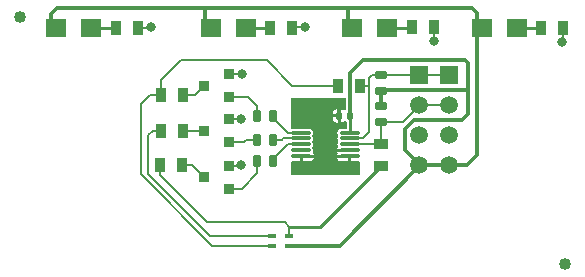
<source format=gtl>
G04 Layer_Physical_Order=1*
G04 Layer_Color=255*
%FSLAX24Y24*%
%MOIN*%
G70*
G01*
G75*
%ADD10R,0.0689X0.0591*%
%ADD11O,0.0669X0.0118*%
%ADD12R,0.0335X0.0492*%
G04:AMPARAMS|DCode=13|XSize=22mil|YSize=24mil|CornerRadius=4.4mil|HoleSize=0mil|Usage=FLASHONLY|Rotation=180.000|XOffset=0mil|YOffset=0mil|HoleType=Round|Shape=RoundedRectangle|*
%AMROUNDEDRECTD13*
21,1,0.0220,0.0152,0,0,180.0*
21,1,0.0132,0.0240,0,0,180.0*
1,1,0.0088,-0.0066,0.0076*
1,1,0.0088,0.0066,0.0076*
1,1,0.0088,0.0066,-0.0076*
1,1,0.0088,-0.0066,-0.0076*
%
%ADD13ROUNDEDRECTD13*%
%ADD14R,0.0285X0.0167*%
%ADD15R,0.0360X0.0320*%
%ADD16R,0.0492X0.0335*%
G04:AMPARAMS|DCode=17|XSize=29.1mil|YSize=39.4mil|CornerRadius=5.8mil|HoleSize=0mil|Usage=FLASHONLY|Rotation=180.000|XOffset=0mil|YOffset=0mil|HoleType=Round|Shape=RoundedRectangle|*
%AMROUNDEDRECTD17*
21,1,0.0291,0.0277,0,0,180.0*
21,1,0.0175,0.0394,0,0,180.0*
1,1,0.0117,-0.0087,0.0139*
1,1,0.0117,0.0087,0.0139*
1,1,0.0117,0.0087,-0.0139*
1,1,0.0117,-0.0087,-0.0139*
%
%ADD17ROUNDEDRECTD17*%
G04:AMPARAMS|DCode=18|XSize=29.1mil|YSize=39.4mil|CornerRadius=5.8mil|HoleSize=0mil|Usage=FLASHONLY|Rotation=90.000|XOffset=0mil|YOffset=0mil|HoleType=Round|Shape=RoundedRectangle|*
%AMROUNDEDRECTD18*
21,1,0.0291,0.0277,0,0,90.0*
21,1,0.0175,0.0394,0,0,90.0*
1,1,0.0117,0.0139,0.0087*
1,1,0.0117,0.0139,-0.0087*
1,1,0.0117,-0.0139,-0.0087*
1,1,0.0117,-0.0139,0.0087*
%
%ADD18ROUNDEDRECTD18*%
G04:AMPARAMS|DCode=19|XSize=40mil|YSize=40mil|CornerRadius=20mil|HoleSize=0mil|Usage=FLASHONLY|Rotation=90.000|XOffset=0mil|YOffset=0mil|HoleType=Round|Shape=RoundedRectangle|*
%AMROUNDEDRECTD19*
21,1,0.0400,0.0000,0,0,90.0*
21,1,0.0000,0.0400,0,0,90.0*
1,1,0.0400,0.0000,0.0000*
1,1,0.0400,0.0000,0.0000*
1,1,0.0400,0.0000,0.0000*
1,1,0.0400,0.0000,0.0000*
%
%ADD19ROUNDEDRECTD19*%
%ADD20C,0.0080*%
%ADD21C,0.0120*%
%ADD22C,0.0100*%
%ADD23R,0.0591X0.0591*%
%ADD24C,0.0591*%
%ADD25C,0.0320*%
G36*
X11704Y5804D02*
X11681Y5785D01*
X11630Y5780D01*
X11582Y5812D01*
X11526Y5823D01*
X11510D01*
Y5600D01*
Y5377D01*
X11526D01*
X11582Y5388D01*
X11630Y5420D01*
X11683Y5428D01*
X11715Y5404D01*
Y5175D01*
X11531D01*
X11481Y5165D01*
X11438Y5137D01*
X11410Y5094D01*
X11400Y5044D01*
X11410Y4993D01*
X11416Y4985D01*
X11436Y4945D01*
X11416Y4906D01*
X11410Y4897D01*
X11400Y4847D01*
X11410Y4796D01*
X11438Y4754D01*
Y4743D01*
X11410Y4700D01*
X11400Y4650D01*
X11410Y4600D01*
X11420Y4584D01*
X11417Y4568D01*
X11382Y4515D01*
X11379Y4503D01*
X11807D01*
Y4403D01*
X11379D01*
X11382Y4391D01*
X11406Y4355D01*
X11382Y4318D01*
X11379Y4306D01*
X11807D01*
Y4256D01*
X11857D01*
Y4094D01*
X12083D01*
X12100Y4098D01*
X12150Y4057D01*
Y3620D01*
X9850D01*
Y4057D01*
X9900Y4098D01*
X9917Y4094D01*
X10143D01*
Y4256D01*
X10193D01*
Y4306D01*
X10621D01*
X10618Y4318D01*
X10583Y4371D01*
X10580Y4388D01*
X10590Y4403D01*
X10600Y4453D01*
X10590Y4504D01*
X10562Y4546D01*
Y4557D01*
X10590Y4600D01*
X10600Y4650D01*
X10590Y4700D01*
X10562Y4743D01*
Y4754D01*
X10590Y4796D01*
X10600Y4847D01*
X10590Y4897D01*
X10584Y4906D01*
X10564Y4945D01*
X10584Y4985D01*
X10590Y4993D01*
X10600Y5044D01*
X10590Y5094D01*
X10562Y5137D01*
X10519Y5165D01*
X10468Y5175D01*
X9917D01*
X9900Y5172D01*
X9850Y5209D01*
Y6180D01*
X11704D01*
Y5804D01*
D02*
G37*
%LPC*%
G36*
X11410Y5823D02*
X11394D01*
X11338Y5812D01*
X11290Y5780D01*
X11258Y5732D01*
X11247Y5676D01*
Y5650D01*
X11410D01*
Y5823D01*
D02*
G37*
G36*
Y5550D02*
X11247D01*
Y5524D01*
X11258Y5468D01*
X11290Y5420D01*
X11338Y5388D01*
X11394Y5377D01*
X11410D01*
Y5550D01*
D02*
G37*
G36*
X11757Y4206D02*
X11379D01*
X11382Y4194D01*
X11417Y4142D01*
X11469Y4106D01*
X11531Y4094D01*
X11757D01*
Y4206D01*
D02*
G37*
G36*
X10621Y4206D02*
X10243D01*
Y4094D01*
X10468D01*
X10531Y4106D01*
X10583Y4142D01*
X10618Y4194D01*
X10621Y4206D01*
D02*
G37*
%LPD*%
D10*
X16226Y8543D02*
D03*
X17388D02*
D03*
X13061D02*
D03*
X11900D02*
D03*
X7187D02*
D03*
X8348D02*
D03*
X3179D02*
D03*
X2018D02*
D03*
D11*
X10193Y5044D02*
D03*
Y4847D02*
D03*
Y4650D02*
D03*
Y4453D02*
D03*
Y4256D02*
D03*
X11807Y5044D02*
D03*
Y4847D02*
D03*
Y4650D02*
D03*
Y4453D02*
D03*
Y4256D02*
D03*
D12*
X4036Y8543D02*
D03*
X4764D02*
D03*
X9166Y8540D02*
D03*
X9894D02*
D03*
X13886Y8550D02*
D03*
X14614D02*
D03*
X18186Y8543D02*
D03*
X18914D02*
D03*
X11436Y6600D02*
D03*
X12164D02*
D03*
X5536Y6300D02*
D03*
X6264D02*
D03*
X5536Y5100D02*
D03*
X6264D02*
D03*
X5486Y3950D02*
D03*
X6214D02*
D03*
D13*
X11837Y5600D02*
D03*
X11460D02*
D03*
D14*
X9234Y1278D02*
D03*
Y1612D02*
D03*
X9805D02*
D03*
Y1278D02*
D03*
D15*
X6960Y6600D02*
D03*
X7794Y6980D02*
D03*
Y6226D02*
D03*
X6960Y5100D02*
D03*
X7794Y5480D02*
D03*
Y4726D02*
D03*
X6960Y3550D02*
D03*
X7794Y3930D02*
D03*
Y3176D02*
D03*
D16*
X12850Y3936D02*
D03*
Y4664D02*
D03*
D17*
X8732Y5600D02*
D03*
X9268D02*
D03*
X8732Y4800D02*
D03*
X9268D02*
D03*
X8732Y4100D02*
D03*
X9268D02*
D03*
D18*
X12850Y5918D02*
D03*
Y5382D02*
D03*
X12850Y6432D02*
D03*
Y6968D02*
D03*
D19*
X820Y8910D02*
D03*
X18990Y650D02*
D03*
D20*
X6214Y3950D02*
X6560D01*
X6960Y3550D01*
X6264Y5100D02*
X6960D01*
X6264Y6300D02*
X6660D01*
X6960Y6600D01*
X11250Y4250D02*
Y4453D01*
X11807D01*
X11250Y4250D02*
X11256Y4256D01*
X11807D01*
X5536Y6300D02*
Y6786D01*
X6200Y7450D01*
X9050D01*
X9900Y6600D01*
X11436D01*
X12450D02*
Y6850D01*
Y5050D02*
Y6600D01*
X12164D02*
X12450D01*
X12836Y4650D02*
X12850Y4664D01*
X11807Y4650D02*
X12836D01*
X12850Y4664D02*
Y5382D01*
X12568Y6968D02*
X12850D01*
X12450Y6850D02*
X12568Y6968D01*
X12247Y4847D02*
X12450Y5050D01*
X11807Y4847D02*
X12247D01*
X9268Y4100D02*
Y4168D01*
X9750Y4650D01*
X10193D01*
X9268Y5532D02*
Y5600D01*
Y5532D02*
X9756Y5044D01*
X10193D01*
X9268Y4800D02*
X9550D01*
X9597Y4847D01*
X10193D01*
X5193Y8543D02*
X5200Y8550D01*
X4764Y8543D02*
X5193D01*
X9892Y8550D02*
X10320D01*
X9884Y8543D02*
X9892Y8550D01*
X14614Y8086D02*
Y8550D01*
X9805Y1612D02*
Y1895D01*
X9650Y2050D02*
X9805Y1895D01*
X7050Y2050D02*
X9650D01*
X5486Y3614D02*
X7050Y2050D01*
X5486Y3614D02*
Y3950D01*
X7142Y1612D02*
X9234D01*
X5100Y3655D02*
X7142Y1612D01*
X5100Y3655D02*
Y4950D01*
X5250Y5100D01*
X5536D01*
X7222Y1278D02*
X9234D01*
X4850Y3650D02*
X7222Y1278D01*
X4850Y3650D02*
Y6000D01*
X5150Y6300D01*
X5536D01*
X7744Y6226D02*
X8424D01*
X8732Y5918D01*
Y5600D02*
Y5918D01*
X8350Y4800D02*
X8732D01*
X7794Y3176D02*
X8226D01*
X8732Y3682D01*
Y4100D01*
X7744Y4726D02*
X8276D01*
X8350Y4800D01*
X7794Y6980D02*
X8230D01*
X7794Y5480D02*
X8180D01*
X8200Y5500D01*
X7794Y3930D02*
X8180D01*
X8200Y3950D01*
X18914Y8064D02*
Y8543D01*
X18900Y8050D02*
X18914Y8064D01*
X14162Y5957D02*
X15260D01*
X12850Y5382D02*
X13587D01*
X14162Y5957D01*
X14102Y6968D02*
X14110Y6960D01*
X12850Y6968D02*
X14102D01*
X14110Y6960D02*
X15257D01*
X15260Y6957D01*
D21*
X9805Y1278D02*
X11483D01*
X11837Y7037D02*
X12250Y7450D01*
X11837Y5600D02*
Y7037D01*
X12850Y5918D02*
X12850Y5918D01*
Y6432D01*
X12868Y6450D01*
X7000Y9200D02*
X11750D01*
X15900D01*
X11750Y8551D02*
Y9200D01*
X2050D02*
X7000D01*
Y8573D02*
Y9200D01*
X1860Y9010D02*
X2050Y9200D01*
X15900D02*
X16069Y9031D01*
X1860Y8543D02*
Y9010D01*
X16069Y8543D02*
Y9031D01*
X11742Y8543D02*
X11750Y8551D01*
X7000Y8573D02*
X7030Y8543D01*
X11460Y5600D02*
Y5990D01*
X16069Y4309D02*
Y8543D01*
X15560Y5470D02*
X15760Y5670D01*
X12868Y6450D02*
X15720D01*
X15660Y7450D02*
X15760Y7350D01*
X12250Y7450D02*
X15660D01*
X15720Y6450D02*
X15760Y6410D01*
Y5670D02*
Y6410D01*
Y7350D01*
X14162Y3957D02*
X15260D01*
X15717D01*
X16069Y4309D01*
X13660Y5170D02*
X13960Y5470D01*
X13660Y4459D02*
Y5170D01*
X13960Y5470D02*
X15560D01*
X13660Y4459D02*
X14162Y3957D01*
X11483Y1278D02*
X14162Y3957D01*
D22*
X9805Y1895D02*
X10809D01*
X12850Y3936D01*
X11807Y5044D02*
X11837Y5074D01*
Y5600D01*
X18185Y8543D02*
X18186Y8543D01*
X17545Y8543D02*
X18185D01*
X4035D02*
X4036Y8543D01*
X3337Y8543D02*
X4035D01*
X9085D02*
X9086Y8543D01*
X8506Y8543D02*
X9085D01*
X13879D02*
X13886Y8550D01*
X13218Y8543D02*
X13879D01*
D23*
X14110Y6960D02*
D03*
X15110Y6957D02*
D03*
D24*
X14110Y5960D02*
D03*
Y4960D02*
D03*
Y3960D02*
D03*
X15110Y5957D02*
D03*
Y4957D02*
D03*
Y3957D02*
D03*
D25*
X11250Y4250D02*
D03*
X5200Y8550D02*
D03*
X10320D02*
D03*
X14614Y8086D02*
D03*
X8230Y6980D02*
D03*
X8200Y5500D02*
D03*
Y3950D02*
D03*
X11460Y5990D02*
D03*
X18900Y8050D02*
D03*
M02*

</source>
